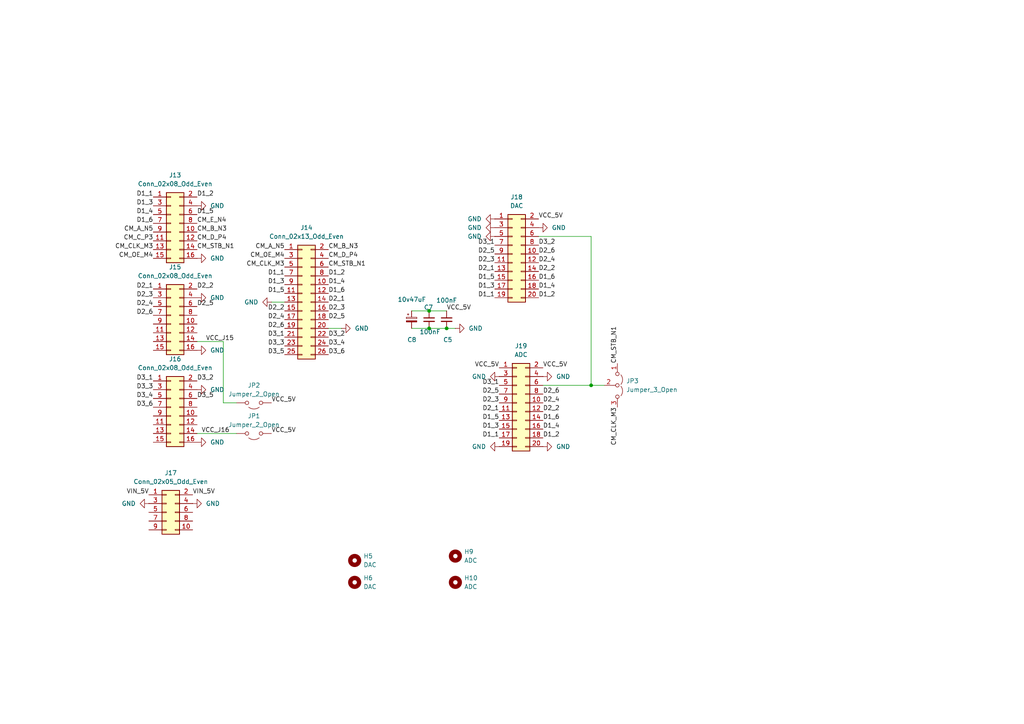
<source format=kicad_sch>
(kicad_sch (version 20231120) (generator "eeschema") (generator_version "8.0")
  (paper "A4")
  (lib_symbols
    (symbol "Connector_Generic:Conn_02x05_Odd_Even" (pin_names (offset 1.016) hide)
      (property "Reference" "J" (at 1.27 7.62 0))
      (property "Value" "Conn_02x05_Odd_Even" (at 1.27 -7.62 0))
      (symbol "Conn_02x05_Odd_Even_1_1"
        (rectangle (start -1.27 -4.953) (end 0 -5.207) (stroke (width 0.1524)))
        (rectangle (start -1.27 -2.413) (end 0 -2.667) (stroke (width 0.1524)))
        (rectangle (start -1.27 0.127) (end 0 -0.127) (stroke (width 0.1524)))
        (rectangle (start -1.27 2.667) (end 0 2.413) (stroke (width 0.1524)))
        (rectangle (start -1.27 5.207) (end 0 4.953) (stroke (width 0.1524)))
        (rectangle (start -1.27 6.35) (end 3.81 -6.35) (stroke (width 0.254)) (fill (type background)))
        (rectangle (start 3.81 -4.953) (end 2.54 -5.207) (stroke (width 0.1524)))
        (rectangle (start 3.81 -2.413) (end 2.54 -2.667) (stroke (width 0.1524)))
        (rectangle (start 3.81 0.127) (end 2.54 -0.127) (stroke (width 0.1524)))
        (rectangle (start 3.81 2.667) (end 2.54 2.413) (stroke (width 0.1524)))
        (rectangle (start 3.81 5.207) (end 2.54 4.953) (stroke (width 0.1524)))
        (pin passive line (at -5.08 5.08 0) (length 3.81) (name "Pin_1") (number "1"))
        (pin passive line (at 7.62 -5.08 180) (length 3.81) (name "Pin_10") (number "10"))
        (pin passive line (at 7.62 5.08 180) (length 3.81) (name "Pin_2") (number "2"))
        (pin passive line (at -5.08 2.54 0) (length 3.81) (name "Pin_3") (number "3"))
        (pin passive line (at 7.62 2.54 180) (length 3.81) (name "Pin_4") (number "4"))
        (pin passive line (at -5.08 0 0) (length 3.81) (name "Pin_5") (number "5"))
        (pin passive line (at 7.62 0 180) (length 3.81) (name "Pin_6") (number "6"))
        (pin passive line (at -5.08 -2.54 0) (length 3.81) (name "Pin_7") (number "7"))
        (pin passive line (at 7.62 -2.54 180) (length 3.81) (name "Pin_8") (number "8"))
        (pin passive line (at -5.08 -5.08 0) (length 3.81) (name "Pin_9") (number "9"))
      )
    )
    (symbol "Connector_Generic:Conn_02x08_Odd_Even" (pin_names (offset 1.016) hide)
      (property "Reference" "J" (at 1.27 10.16 0))
      (property "Value" "Conn_02x08_Odd_Even" (at 1.27 -12.7 0))
      (symbol "Conn_02x08_Odd_Even_1_1"
        (rectangle (start -1.27 -10.033) (end 0 -10.287) (stroke (width 0.1524)))
        (rectangle (start -1.27 -7.493) (end 0 -7.747) (stroke (width 0.1524)))
        (rectangle (start -1.27 -4.953) (end 0 -5.207) (stroke (width 0.1524)))
        (rectangle (start -1.27 -2.413) (end 0 -2.667) (stroke (width 0.1524)))
        (rectangle (start -1.27 0.127) (end 0 -0.127) (stroke (width 0.1524)))
        (rectangle (start -1.27 2.667) (end 0 2.413) (stroke (width 0.1524)))
        (rectangle (start -1.27 5.207) (end 0 4.953) (stroke (width 0.1524)))
        (rectangle (start -1.27 7.747) (end 0 7.493) (stroke (width 0.1524)))
        (rectangle (start -1.27 8.89) (end 3.81 -11.43) (stroke (width 0.254)) (fill (type background)))
        (rectangle (start 3.81 -10.033) (end 2.54 -10.287) (stroke (width 0.1524)))
        (rectangle (start 3.81 -7.493) (end 2.54 -7.747) (stroke (width 0.1524)))
        (rectangle (start 3.81 -4.953) (end 2.54 -5.207) (stroke (width 0.1524)))
        (rectangle (start 3.81 -2.413) (end 2.54 -2.667) (stroke (width 0.1524)))
        (rectangle (start 3.81 0.127) (end 2.54 -0.127) (stroke (width 0.1524)))
        (rectangle (start 3.81 2.667) (end 2.54 2.413) (stroke (width 0.1524)))
        (rectangle (start 3.81 5.207) (end 2.54 4.953) (stroke (width 0.1524)))
        (rectangle (start 3.81 7.747) (end 2.54 7.493) (stroke (width 0.1524)))
        (pin passive line (at -5.08 7.62 0) (length 3.81) (name "Pin_1") (number "1"))
        (pin passive line (at 7.62 -2.54 180) (length 3.81) (name "Pin_10") (number "10"))
        (pin passive line (at -5.08 -5.08 0) (length 3.81) (name "Pin_11") (number "11"))
        (pin passive line (at 7.62 -5.08 180) (length 3.81) (name "Pin_12") (number "12"))
        (pin passive line (at -5.08 -7.62 0) (length 3.81) (name "Pin_13") (number "13"))
        (pin passive line (at 7.62 -7.62 180) (length 3.81) (name "Pin_14") (number "14"))
        (pin passive line (at -5.08 -10.16 0) (length 3.81) (name "Pin_15") (number "15"))
        (pin passive line (at 7.62 -10.16 180) (length 3.81) (name "Pin_16") (number "16"))
        (pin passive line (at 7.62 7.62 180) (length 3.81) (name "Pin_2") (number "2"))
        (pin passive line (at -5.08 5.08 0) (length 3.81) (name "Pin_3") (number "3"))
        (pin passive line (at 7.62 5.08 180) (length 3.81) (name "Pin_4") (number "4"))
        (pin passive line (at -5.08 2.54 0) (length 3.81) (name "Pin_5") (number "5"))
        (pin passive line (at 7.62 2.54 180) (length 3.81) (name "Pin_6") (number "6"))
        (pin passive line (at -5.08 0 0) (length 3.81) (name "Pin_7") (number "7"))
        (pin passive line (at 7.62 0 180) (length 3.81) (name "Pin_8") (number "8"))
        (pin passive line (at -5.08 -2.54 0) (length 3.81) (name "Pin_9") (number "9"))
      )
    )
    (symbol "Connector_Generic:Conn_02x10_Odd_Even" (pin_names (offset 1.016) hide)
      (property "Reference" "J" (at 1.27 12.7 0))
      (property "Value" "Conn_02x10_Odd_Even" (at 1.27 -15.24 0))
      (symbol "Conn_02x10_Odd_Even_1_1"
        (rectangle (start -1.27 -12.573) (end 0 -12.827) (stroke (width 0.1524)))
        (rectangle (start -1.27 -10.033) (end 0 -10.287) (stroke (width 0.1524)))
        (rectangle (start -1.27 -7.493) (end 0 -7.747) (stroke (width 0.1524)))
        (rectangle (start -1.27 -4.953) (end 0 -5.207) (stroke (width 0.1524)))
        (rectangle (start -1.27 -2.413) (end 0 -2.667) (stroke (width 0.1524)))
        (rectangle (start -1.27 0.127) (end 0 -0.127) (stroke (width 0.1524)))
        (rectangle (start -1.27 2.667) (end 0 2.413) (stroke (width 0.1524)))
        (rectangle (start -1.27 5.207) (end 0 4.953) (stroke (width 0.1524)))
        (rectangle (start -1.27 7.747) (end 0 7.493) (stroke (width 0.1524)))
        (rectangle (start -1.27 10.287) (end 0 10.033) (stroke (width 0.1524)))
        (rectangle (start -1.27 11.43) (end 3.81 -13.97) (stroke (width 0.254)) (fill (type background)))
        (rectangle (start 3.81 -12.573) (end 2.54 -12.827) (stroke (width 0.1524)))
        (rectangle (start 3.81 -10.033) (end 2.54 -10.287) (stroke (width 0.1524)))
        (rectangle (start 3.81 -7.493) (end 2.54 -7.747) (stroke (width 0.1524)))
        (rectangle (start 3.81 -4.953) (end 2.54 -5.207) (stroke (width 0.1524)))
        (rectangle (start 3.81 -2.413) (end 2.54 -2.667) (stroke (width 0.1524)))
        (rectangle (start 3.81 0.127) (end 2.54 -0.127) (stroke (width 0.1524)))
        (rectangle (start 3.81 2.667) (end 2.54 2.413) (stroke (width 0.1524)))
        (rectangle (start 3.81 5.207) (end 2.54 4.953) (stroke (width 0.1524)))
        (rectangle (start 3.81 7.747) (end 2.54 7.493) (stroke (width 0.1524)))
        (rectangle (start 3.81 10.287) (end 2.54 10.033) (stroke (width 0.1524)))
        (pin passive line (at -5.08 10.16 0) (length 3.81) (name "Pin_1") (number "1"))
        (pin passive line (at 7.62 0 180) (length 3.81) (name "Pin_10") (number "10"))
        (pin passive line (at -5.08 -2.54 0) (length 3.81) (name "Pin_11") (number "11"))
        (pin passive line (at 7.62 -2.54 180) (length 3.81) (name "Pin_12") (number "12"))
        (pin passive line (at -5.08 -5.08 0) (length 3.81) (name "Pin_13") (number "13"))
        (pin passive line (at 7.62 -5.08 180) (length 3.81) (name "Pin_14") (number "14"))
        (pin passive line (at -5.08 -7.62 0) (length 3.81) (name "Pin_15") (number "15"))
        (pin passive line (at 7.62 -7.62 180) (length 3.81) (name "Pin_16") (number "16"))
        (pin passive line (at -5.08 -10.16 0) (length 3.81) (name "Pin_17") (number "17"))
        (pin passive line (at 7.62 -10.16 180) (length 3.81) (name "Pin_18") (number "18"))
        (pin passive line (at -5.08 -12.7 0) (length 3.81) (name "Pin_19") (number "19"))
        (pin passive line (at 7.62 10.16 180) (length 3.81) (name "Pin_2") (number "2"))
        (pin passive line (at 7.62 -12.7 180) (length 3.81) (name "Pin_20") (number "20"))
        (pin passive line (at -5.08 7.62 0) (length 3.81) (name "Pin_3") (number "3"))
        (pin passive line (at 7.62 7.62 180) (length 3.81) (name "Pin_4") (number "4"))
        (pin passive line (at -5.08 5.08 0) (length 3.81) (name "Pin_5") (number "5"))
        (pin passive line (at 7.62 5.08 180) (length 3.81) (name "Pin_6") (number "6"))
        (pin passive line (at -5.08 2.54 0) (length 3.81) (name "Pin_7") (number "7"))
        (pin passive line (at 7.62 2.54 180) (length 3.81) (name "Pin_8") (number "8"))
        (pin passive line (at -5.08 0 0) (length 3.81) (name "Pin_9") (number "9"))
      )
    )
    (symbol "Connector_Generic:Conn_02x13_Odd_Even" (pin_names (offset 1.016) hide)
      (property "Reference" "J" (at 1.27 17.78 0))
      (property "Value" "Conn_02x13_Odd_Even" (at 1.27 -17.78 0))
      (symbol "Conn_02x13_Odd_Even_1_1"
        (rectangle (start -1.27 -15.113) (end 0 -15.367) (stroke (width 0.1524)))
        (rectangle (start -1.27 -12.573) (end 0 -12.827) (stroke (width 0.1524)))
        (rectangle (start -1.27 -10.033) (end 0 -10.287) (stroke (width 0.1524)))
        (rectangle (start -1.27 -7.493) (end 0 -7.747) (stroke (width 0.1524)))
        (rectangle (start -1.27 -4.953) (end 0 -5.207) (stroke (width 0.1524)))
        (rectangle (start -1.27 -2.413) (end 0 -2.667) (stroke (width 0.1524)))
        (rectangle (start -1.27 0.127) (end 0 -0.127) (stroke (width 0.1524)))
        (rectangle (start -1.27 2.667) (end 0 2.413) (stroke (width 0.1524)))
        (rectangle (start -1.27 5.207) (end 0 4.953) (stroke (width 0.1524)))
        (rectangle (start -1.27 7.747) (end 0 7.493) (stroke (width 0.1524)))
        (rectangle (start -1.27 10.287) (end 0 10.033) (stroke (width 0.1524)))
        (rectangle (start -1.27 12.827) (end 0 12.573) (stroke (width 0.1524)))
        (rectangle (start -1.27 15.367) (end 0 15.113) (stroke (width 0.1524)))
        (rectangle (start -1.27 16.51) (end 3.81 -16.51) (stroke (width 0.254)) (fill (type background)))
        (rectangle (start 3.81 -15.113) (end 2.54 -15.367) (stroke (width 0.1524)))
        (rectangle (start 3.81 -12.573) (end 2.54 -12.827) (stroke (width 0.1524)))
        (rectangle (start 3.81 -10.033) (end 2.54 -10.287) (stroke (width 0.1524)))
        (rectangle (start 3.81 -7.493) (end 2.54 -7.747) (stroke (width 0.1524)))
        (rectangle (start 3.81 -4.953) (end 2.54 -5.207) (stroke (width 0.1524)))
        (rectangle (start 3.81 -2.413) (end 2.54 -2.667) (stroke (width 0.1524)))
        (rectangle (start 3.81 0.127) (end 2.54 -0.127) (stroke (width 0.1524)))
        (rectangle (start 3.81 2.667) (end 2.54 2.413) (stroke (width 0.1524)))
        (rectangle (start 3.81 5.207) (end 2.54 4.953) (stroke (width 0.1524)))
        (rectangle (start 3.81 7.747) (end 2.54 7.493) (stroke (width 0.1524)))
        (rectangle (start 3.81 10.287) (end 2.54 10.033) (stroke (width 0.1524)))
        (rectangle (start 3.81 12.827) (end 2.54 12.573) (stroke (width 0.1524)))
        (rectangle (start 3.81 15.367) (end 2.54 15.113) (stroke (width 0.1524)))
        (pin passive line (at -5.08 15.24 0) (length 3.81) (name "Pin_1") (number "1"))
        (pin passive line (at 7.62 5.08 180) (length 3.81) (name "Pin_10") (number "10"))
        (pin passive line (at -5.08 2.54 0) (length 3.81) (name "Pin_11") (number "11"))
        (pin passive line (at 7.62 2.54 180) (length 3.81) (name "Pin_12") (number "12"))
        (pin passive line (at -5.08 0 0) (length 3.81) (name "Pin_13") (number "13"))
        (pin passive line (at 7.62 0 180) (length 3.81) (name "Pin_14") (number "14"))
        (pin passive line (at -5.08 -2.54 0) (length 3.81) (name "Pin_15") (number "15"))
        (pin passive line (at 7.62 -2.54 180) (length 3.81) (name "Pin_16") (number "16"))
        (pin passive line (at -5.08 -5.08 0) (length 3.81) (name "Pin_17") (number "17"))
        (pin passive line (at 7.62 -5.08 180) (length 3.81) (name "Pin_18") (number "18"))
        (pin passive line (at -5.08 -7.62 0) (length 3.81) (name "Pin_19") (number "19"))
        (pin passive line (at 7.62 15.24 180) (length 3.81) (name "Pin_2") (number "2"))
        (pin passive line (at 7.62 -7.62 180) (length 3.81) (name "Pin_20") (number "20"))
        (pin passive line (at -5.08 -10.16 0) (length 3.81) (name "Pin_21") (number "21"))
        (pin passive line (at 7.62 -10.16 180) (length 3.81) (name "Pin_22") (number "22"))
        (pin passive line (at -5.08 -12.7 0) (length 3.81) (name "Pin_23") (number "23"))
        (pin passive line (at 7.62 -12.7 180) (length 3.81) (name "Pin_24") (number "24"))
        (pin passive line (at -5.08 -15.24 0) (length 3.81) (name "Pin_25") (number "25"))
        (pin passive line (at 7.62 -15.24 180) (length 3.81) (name "Pin_26") (number "26"))
        (pin passive line (at -5.08 12.7 0) (length 3.81) (name "Pin_3") (number "3"))
        (pin passive line (at 7.62 12.7 180) (length 3.81) (name "Pin_4") (number "4"))
        (pin passive line (at -5.08 10.16 0) (length 3.81) (name "Pin_5") (number "5"))
        (pin passive line (at 7.62 10.16 180) (length 3.81) (name "Pin_6") (number "6"))
        (pin passive line (at -5.08 7.62 0) (length 3.81) (name "Pin_7") (number "7"))
        (pin passive line (at 7.62 7.62 180) (length 3.81) (name "Pin_8") (number "8"))
        (pin passive line (at -5.08 5.08 0) (length 3.81) (name "Pin_9") (number "9"))
      )
    )
    (symbol "Device:C_Polarized_Small" (pin_numbers hide) (pin_names (offset 0.254) hide)
      (property "Reference" "C" (at 0.254 1.778 0))
      (property "Value" "C_Polarized_Small" (at 0.254 -2.032 0))
      (symbol "C_Polarized_Small_0_1"
        (rectangle (start -1.524 -0.3048) (end 1.524 -0.6858) (fill (type outline)))
        (rectangle (start -1.524 0.6858) (end 1.524 0.3048))
        (polyline (pts (xy -1.27 1.524) (xy -0.762 1.524)))
        (polyline (pts (xy -1.016 1.27) (xy -1.016 1.778)))
      )
      (symbol "C_Polarized_Small_1_1"
        (pin passive line (at 0 2.54 270) (length 1.8542) (name "~") (number "1"))
        (pin passive line (at 0 -2.54 90) (length 1.8542) (name "~") (number "2"))
      )
    )
    (symbol "Device:C_Small" (pin_numbers hide) (pin_names (offset 0.254) hide)
      (property "Reference" "C" (at 0.254 1.778 0))
      (property "Value" "C_Small" (at 0.254 -2.032 0))
      (symbol "C_Small_0_1"
        (polyline (pts (xy -1.524 -0.508) (xy 1.524 -0.508)) (stroke (width 0.3302)))
        (polyline (pts (xy -1.524 0.508) (xy 1.524 0.508)) (stroke (width 0.3048)))
      )
      (symbol "C_Small_1_1"
        (pin passive line (at 0 2.54 270) (length 2.032) (name "~") (number "1"))
        (pin passive line (at 0 -2.54 90) (length 2.032) (name "~") (number "2"))
      )
    )
    (symbol "Jumper:Jumper_2_Open" (pin_numbers hide) (pin_names (offset 0) hide) (exclude_from_sim yes)
      (property "Reference" "JP" (at 0 2.794 0))
      (property "Value" "Jumper_2_Open" (at 0 -2.286 0))
      (symbol "Jumper_2_Open_0_0"
        (circle (center -2.032 0) (radius 0.508))
        (circle (center 2.032 0) (radius 0.508))
      )
      (symbol "Jumper_2_Open_0_1"
        (arc (start 1.524 1.27) (mid 0 1.778) (end -1.524 1.27))
      )
      (symbol "Jumper_2_Open_1_1"
        (pin passive line (at -5.08 0 0) (length 2.54) (name "A") (number "1"))
        (pin passive line (at 5.08 0 180) (length 2.54) (name "B") (number "2"))
      )
    )
    (symbol "Jumper:Jumper_3_Open" (pin_names (offset 0) hide) (exclude_from_sim yes) (in_bom no)
      (property "Reference" "JP" (at -2.54 -2.54 0))
      (property "Value" "Jumper_3_Open" (at 0 2.794 0))
      (symbol "Jumper_3_Open_0_0"
        (circle (center -3.302 0) (radius 0.508))
        (circle (center 0 0) (radius 0.508))
        (circle (center 3.302 0) (radius 0.508))
      )
      (symbol "Jumper_3_Open_0_1"
        (arc (start -0.254 1.016) (mid -1.651 1.4992) (end -3.048 1.016))
        (polyline (pts (xy 0 -0.508) (xy 0 -1.27)))
        (arc (start 3.048 1.016) (mid 1.651 1.4992) (end 0.254 1.016))
      )
      (symbol "Jumper_3_Open_1_1"
        (pin passive line (at -6.35 0 0) (length 2.54) (name "A") (number "1"))
        (pin passive line (at 0 -3.81 90) (length 2.54) (name "C") (number "2"))
        (pin passive line (at 6.35 0 180) (length 2.54) (name "B") (number "3"))
      )
    )
    (symbol "Mechanical:MountingHole" (pin_names (offset 1.016)) (exclude_from_sim yes) (in_bom no)
      (property "Reference" "H" (at 0 5.08 0))
      (property "Value" "MountingHole" (at 0 3.175 0))
      (symbol "MountingHole_0_1"
        (circle (center 0 0) (radius 1.27) (stroke (width 1.27)))
      )
    )
    (symbol "power:GND" (power) (pin_numbers hide) (pin_names (offset 0) hide)
      (property "Value" "GND" (at 0 -3.81 0))
      (symbol "GND_0_1"
        (polyline (pts (xy 0 0) (xy 0 -1.27) (xy 1.27 -1.27) (xy 0 -2.54) (xy -1.27 -1.27) (xy 0 -1.27)))
      )
      (symbol "GND_1_1"
        (pin power_in line (at 0 0 270) (length 0) (name "~") (number "1"))
      )
    )
  )
  (junction (at 124.46 90.17))
  (junction (at 124.46 95.25))
  (junction (at 171.45 111.76))
  (junction (at 129.54 95.25))
  (wire (pts (xy 124.46 95.25) (xy 129.54 95.25)))
  (wire (pts (xy 171.45 68.58) (xy 171.45 111.76)))
  (wire (pts (xy 64.77 116.84) (xy 68.58 116.84)))
  (wire (pts (xy 64.77 99.06) (xy 64.77 116.84)))
  (wire (pts (xy 129.54 95.25) (xy 132.08 95.25)))
  (wire (pts (xy 156.21 68.58) (xy 171.45 68.58)))
  (wire (pts (xy 95.25 95.25) (xy 99.06 95.25)))
  (wire (pts (xy 78.74 87.63) (xy 82.55 87.63)))
  (wire (pts (xy 157.48 111.76) (xy 171.45 111.76)))
  (wire (pts (xy 119.38 90.17) (xy 124.46 90.17)))
  (wire (pts (xy 171.45 111.76) (xy 175.26 111.76)))
  (wire (pts (xy 57.15 125.73) (xy 68.58 125.73)))
  (wire (pts (xy 124.46 90.17) (xy 129.54 90.17)))
  (wire (pts (xy 119.38 95.25) (xy 124.46 95.25)))
  (wire (pts (xy 57.15 99.06) (xy 64.77 99.06)))
  (label "D2_5" (at 57.15 88.9 0))
  (label "D3_4" (at 44.45 115.57 180))
  (label "D1_6" (at 95.25 85.09 0))
  (label "CM_D_P4" (at 57.15 69.85 0))
  (label "D3_3" (at 44.45 113.03 180))
  (label "D3_6" (at 44.45 118.11 180))
  (label "D1_6" (at 157.48 121.92 0))
  (label "D1_2" (at 156.21 86.36 0))
  (label "D1_3" (at 143.51 83.82 180))
  (label "D1_2" (at 95.25 80.01 0))
  (label "D1_6" (at 156.21 81.28 0))
  (label "D2_4" (at 82.55 92.71 180))
  (label "CM_A_N5" (at 44.45 67.31 180))
  (label "VCC_5V" (at 78.74 125.73 0))
  (label "D2_2" (at 156.21 78.74 0))
  (label "D1_4" (at 95.25 82.55 0))
  (label "D2_2" (at 157.48 119.38 0))
  (label "D3_1" (at 82.55 97.79 180))
  (label "D3_1" (at 144.78 111.76 180))
  (label "CM_A_N5" (at 82.55 72.39 180))
  (label "CM_OE_M4" (at 82.55 74.93 180))
  (label "CM_STB_N1" (at 95.25 77.47 0))
  (label "CM_E_N4" (at 57.15 64.77 0))
  (label "CM_STB_N1" (at 57.15 72.39 0))
  (label "D3_2" (at 57.15 110.49 0))
  (label "CM_OE_M4" (at 44.45 74.93 180))
  (label "D2_6" (at 82.55 95.25 180))
  (label "VIN_5V" (at 55.88 143.51 0))
  (label "VIN_5V" (at 43.18 143.51 180))
  (label "CM_B_N3" (at 57.15 67.31 0))
  (label "D2_2" (at 57.15 83.82 0))
  (label "D3_6" (at 95.25 102.87 0))
  (label "D2_6" (at 156.21 73.66 0))
  (label "D1_4" (at 44.45 62.23 180))
  (label "D3_5" (at 82.55 102.87 180))
  (label "VCC_5V" (at 156.21 63.5 0))
  (label "CM_CLK_M3" (at 82.55 77.47 180))
  (label "D1_4" (at 157.48 124.46 0))
  (label "D1_5" (at 57.15 62.23 0))
  (label "CM_C_P3" (at 44.45 69.85 180))
  (label "D1_5" (at 82.55 85.09 180))
  (label "D3_4" (at 95.25 100.33 0))
  (label "D1_3" (at 144.78 124.46 180))
  (label "VCC_5V" (at 78.74 116.84 0))
  (label "D1_5" (at 144.78 121.92 180))
  (label "D1_4" (at 156.21 83.82 0))
  (label "VCC_5V" (at 144.78 106.68 180))
  (label "D1_3" (at 44.45 59.69 180))
  (label "VCC_5V" (at 157.48 106.68 0))
  (label "CM_B_N3" (at 95.25 72.39 0))
  (label "CM_D_P4" (at 95.25 74.93 0))
  (label "D1_1" (at 82.55 80.01 180))
  (label "CM_STB_N1" (at 179.07 105.41 90))
  (label "D2_3" (at 144.78 116.84 180))
  (label "D2_1" (at 95.25 87.63 0))
  (label "D2_3" (at 143.51 76.2 180))
  (label "D3_5" (at 57.15 115.57 0))
  (label "D3_2" (at 156.21 71.12 0))
  (label "D1_3" (at 82.55 82.55 180))
  (label "D2_2" (at 82.55 90.17 180))
  (label "D1_6" (at 44.45 64.77 180))
  (label "D2_4" (at 156.21 76.2 0))
  (label "VCC_5V" (at 129.54 90.17 0))
  (label "D2_4" (at 157.48 116.84 0))
  (label "D3_2" (at 95.25 97.79 0))
  (label "D2_1" (at 143.51 78.74 180))
  (label "D2_3" (at 95.25 90.17 0))
  (label "VCC_J15" (at 59.69 99.06 0))
  (label "D2_1" (at 44.45 83.82 180))
  (label "D2_1" (at 144.78 119.38 180))
  (label "D2_4" (at 44.45 88.9 180))
  (label "D2_5" (at 143.51 73.66 180))
  (label "CM_CLK_M3" (at 179.07 118.11 270))
  (label "D2_6" (at 157.48 114.3 0))
  (label "D3_1" (at 44.45 110.49 180))
  (label "CM_CLK_M3" (at 44.45 72.39 180))
  (label "D2_5" (at 144.78 114.3 180))
  (label "D2_5" (at 95.25 92.71 0))
  (label "D1_1" (at 143.51 86.36 180))
  (label "D2_6" (at 44.45 91.44 180))
  (label "D2_3" (at 44.45 86.36 180))
  (label "D1_5" (at 143.51 81.28 180))
  (label "VCC_J16" (at 58.42 125.73 0))
  (label "D3_1" (at 143.51 71.12 180))
  (label "D1_2" (at 57.15 57.15 0))
  (label "D1_1" (at 44.45 57.15 180))
  (label "D1_2" (at 157.48 127 0))
  (label "D1_1" (at 144.78 127 180))
  (label "D3_3" (at 82.55 100.33 180))
  (symbol (lib_id "Connector_Generic:Conn_02x08_Odd_Even") (at 49.53 64.77 0) (unit 1)
    (property "Reference" "J13" (at 50.8 50.8 0))
    (property "Value" "Conn_02x08_Odd_Even" (at 50.8 53.34 0))
    (property "Footprint" "Connector_PinSocket_2.54mm:PinSocket_2x08_P2.54mm_Vertical" (effects (hide yes)))
    (property "Description" "Generic connector, double row, 02x08, odd/even pin numbering scheme (row 1 odd numbers, row 2 even numbers), script generated (kicad-library-utils/schlib/autogen/connector/)" (effects (hide yes)))
  )
  (symbol (lib_id "Jumper:Jumper_2_Open") (at 73.66 125.73 180) (unit 1) (exclude_from_sim yes)
    (property "Reference" "JP1" (at 73.66 120.65 0))
    (property "Value" "Jumper_2_Open" (at 73.66 123.19 0))
    (property "Footprint" "Jumper:SolderJumper-3_P1.3mm_Open_Pad1.0x1.5mm" (effects (hide yes)))
    (property "Description" "Jumper, 2-pole, open" (effects (hide yes)))
  )
  (symbol (lib_id "Connector_Generic:Conn_02x08_Odd_Even") (at 49.53 91.44 0) (unit 1)
    (property "Reference" "J15" (at 50.8 77.47 0))
    (property "Value" "Conn_02x08_Odd_Even" (at 50.8 80.01 0))
    (property "Footprint" "Connector_PinSocket_2.54mm:PinSocket_2x08_P2.54mm_Vertical" (effects (hide yes)))
    (property "Description" "Generic connector, double row, 02x08, odd/even pin numbering scheme (row 1 odd numbers, row 2 even numbers), script generated (kicad-library-utils/schlib/autogen/connector/)" (effects (hide yes)))
  )
  (symbol (lib_id "power:GND") (at 57.15 113.03 90) (unit 1)
    (property "Reference" "#PWR022" (effects (hide yes)))
    (property "Value" "GND" (at 60.96 113.0299 90) (effects (justify right)))
    (property "Description" "Power symbol creates a global label with name \"GND\" , ground" (effects (hide yes)))
  )
  (symbol (lib_id "power:GND") (at 43.18 146.05 270) (unit 1)
    (property "Reference" "#PWR023" (effects (hide yes)))
    (property "Value" "GND" (at 39.37 146.0499 90) (effects (justify right)))
    (property "Description" "Power symbol creates a global label with name \"GND\" , ground" (effects (hide yes)))
  )
  (symbol (lib_id "power:GND") (at 132.08 95.25 90) (unit 1)
    (property "Reference" "#PWR033" (effects (hide yes)))
    (property "Value" "GND" (at 135.89 95.2499 90) (effects (justify right)))
    (property "Description" "Power symbol creates a global label with name \"GND\" , ground" (effects (hide yes)))
  )
  (symbol (lib_id "Mechanical:MountingHole") (at 132.08 168.91 0) (unit 1) (exclude_from_sim yes) (in_bom no)
    (property "Reference" "H10" (at 134.62 167.6399 0) (effects (justify left)))
    (property "Value" "ADC" (at 134.62 170.1799 0) (effects (justify left)))
    (property "Footprint" "MountingHole:MountingHole_3.5mm_Pad_Via" (effects (hide yes)))
    (property "Description" "Mounting Hole without connection" (effects (hide yes)))
  )
  (symbol (lib_id "Device:C_Small") (at 129.54 92.71 0) (unit 1)
    (property "Reference" "C5" (at 128.524 98.552 0) (effects (justify left)))
    (property "Value" "100nF" (at 126.492 87.122 0) (effects (justify left)))
    (property "Footprint" "Capacitor_SMD:C_0805_2012Metric" (effects (hide yes)))
    (property "Description" "Unpolarized capacitor, small symbol" (effects (hide yes)))
  )
  (symbol (lib_id "power:GND") (at 157.48 129.54 90) (unit 1)
    (property "Reference" "#PWR032" (effects (hide yes)))
    (property "Value" "GND" (at 161.29 129.5399 90) (effects (justify right)))
    (property "Description" "Power symbol creates a global label with name \"GND\" , ground" (effects (hide yes)))
  )
  (symbol (lib_id "Connector_Generic:Conn_02x13_Odd_Even") (at 87.63 87.63 0) (unit 1)
    (property "Reference" "J14" (at 88.9 66.04 0))
    (property "Value" "Conn_02x13_Odd_Even" (at 88.9 68.58 0))
    (property "Footprint" "Connector_PinHeader_2.54mm:PinHeader_2x13_P2.54mm_Vertical" (effects (hide yes)))
    (property "Description" "Generic connector, double row, 02x13, odd/even pin numbering scheme (row 1 odd numbers, row 2 even numbers), script generated (kicad-library-utils/schlib/autogen/connector/)" (effects (hide yes)))
  )
  (symbol (lib_id "power:GND") (at 57.15 86.36 90) (unit 1)
    (property "Reference" "#PWR019" (effects (hide yes)))
    (property "Value" "GND" (at 60.96 86.3599 90) (effects (justify right)))
    (property "Description" "Power symbol creates a global label with name \"GND\" , ground" (effects (hide yes)))
  )
  (symbol (lib_id "Jumper:Jumper_2_Open") (at 73.66 116.84 180) (unit 1) (exclude_from_sim yes)
    (property "Reference" "JP2" (at 73.66 111.76 0))
    (property "Value" "Jumper_2_Open" (at 73.66 114.3 0))
    (property "Footprint" "Jumper:SolderJumper-3_P1.3mm_Open_Pad1.0x1.5mm" (effects (hide yes)))
    (property "Description" "Jumper, 2-pole, open" (effects (hide yes)))
  )
  (symbol (lib_id "Mechanical:MountingHole") (at 102.87 168.91 0) (unit 1) (exclude_from_sim yes) (in_bom no)
    (property "Reference" "H6" (at 105.41 167.6399 0) (effects (justify left)))
    (property "Value" "DAC" (at 105.41 170.1799 0) (effects (justify left)))
    (property "Footprint" "MountingHole:MountingHole_3.5mm_Pad_Via" (effects (hide yes)))
    (property "Description" "Mounting Hole without connection" (effects (hide yes)))
  )
  (symbol (lib_id "power:GND") (at 57.15 74.93 90) (unit 1)
    (property "Reference" "#PWR018" (effects (hide yes)))
    (property "Value" "GND" (at 60.96 74.9299 90) (effects (justify right)))
    (property "Description" "Power symbol creates a global label with name \"GND\" , ground" (effects (hide yes)))
  )
  (symbol (lib_id "Connector_Generic:Conn_02x08_Odd_Even") (at 49.53 118.11 0) (unit 1)
    (property "Reference" "J16" (at 50.8 104.14 0))
    (property "Value" "Conn_02x08_Odd_Even" (at 50.8 106.68 0))
    (property "Footprint" "Connector_PinSocket_2.54mm:PinSocket_2x08_P2.54mm_Vertical" (effects (hide yes)))
    (property "Description" "Generic connector, double row, 02x08, odd/even pin numbering scheme (row 1 odd numbers, row 2 even numbers), script generated (kicad-library-utils/schlib/autogen/connector/)" (effects (hide yes)))
  )
  (symbol (lib_id "power:GND") (at 99.06 95.25 90) (unit 1)
    (property "Reference" "#PWR016" (effects (hide yes)))
    (property "Value" "GND" (at 102.87 95.2499 90) (effects (justify right)))
    (property "Description" "Power symbol creates a global label with name \"GND\" , ground" (effects (hide yes)))
  )
  (symbol (lib_id "Jumper:Jumper_3_Open") (at 179.07 111.76 270) (unit 1) (exclude_from_sim yes) (in_bom no)
    (property "Reference" "JP3" (at 181.61 110.4899 90) (effects (justify left)))
    (property "Value" "Jumper_3_Open" (at 181.61 113.0299 90) (effects (justify left)))
    (property "Footprint" "Jumper:SolderJumper-3_P1.3mm_Open_Pad1.0x1.5mm" (effects (hide yes)))
    (property "Description" "Jumper, 3-pole, both open" (effects (hide yes)))
  )
  (symbol (lib_id "power:GND") (at 57.15 59.69 90) (unit 1)
    (property "Reference" "#PWR017" (effects (hide yes)))
    (property "Value" "GND" (at 60.96 59.6899 90) (effects (justify right)))
    (property "Description" "Power symbol creates a global label with name \"GND\" , ground" (effects (hide yes)))
  )
  (symbol (lib_id "Device:C_Polarized_Small") (at 119.38 92.71 0) (unit 1)
    (property "Reference" "C8" (at 118.11 98.552 0) (effects (justify left)))
    (property "Value" "10v47uF" (at 115.316 86.868 0) (effects (justify left)))
    (property "Footprint" "Capacitor_Tantalum_SMD:CP_EIA-7343-40_Kemet-Y" (effects (hide yes)))
    (property "Description" "Polarized capacitor, small symbol" (effects (hide yes)))
  )
  (symbol (lib_id "Connector_Generic:Conn_02x05_Odd_Even") (at 48.26 148.59 0) (unit 1)
    (property "Reference" "J17" (at 49.53 137.16 0))
    (property "Value" "Conn_02x05_Odd_Even" (at 49.53 139.7 0))
    (property "Footprint" "Connector_PinHeader_2.54mm:PinHeader_2x05_P2.54mm_Vertical" (effects (hide yes)))
    (property "Description" "Generic connector, double row, 02x05, odd/even pin numbering scheme (row 1 odd numbers, row 2 even numbers), script generated (kicad-library-utils/schlib/autogen/connector/)" (effects (hide yes)))
  )
  (symbol (lib_id "power:GND") (at 78.74 87.63 270) (unit 1)
    (property "Reference" "#PWR015" (effects (hide yes)))
    (property "Value" "GND" (at 74.93 87.6299 90) (effects (justify right)))
    (property "Description" "Power symbol creates a global label with name \"GND\" , ground" (effects (hide yes)))
  )
  (symbol (lib_id "Connector_Generic:Conn_02x10_Odd_Even") (at 148.59 73.66 0) (unit 1)
    (property "Reference" "J18" (at 149.86 57.15 0))
    (property "Value" "DAC" (at 149.86 59.69 0))
    (property "Footprint" "Connector_PinHeader_2.54mm:PinHeader_2x10_P2.54mm_Vertical" (effects (hide yes)))
    (property "Description" "Generic connector, double row, 02x10, odd/even pin numbering scheme (row 1 odd numbers, row 2 even numbers), script generated (kicad-library-utils/schlib/autogen/connector/)" (effects (hide yes)))
  )
  (symbol (lib_id "power:GND") (at 156.21 66.04 90) (unit 1)
    (property "Reference" "#PWR028" (effects (hide yes)))
    (property "Value" "GND" (at 160.02 66.0399 90) (effects (justify right)))
    (property "Description" "Power symbol creates a global label with name \"GND\" , ground" (effects (hide yes)))
  )
  (symbol (lib_id "Connector_Generic:Conn_02x10_Odd_Even") (at 149.86 116.84 0) (unit 1)
    (property "Reference" "J19" (at 151.13 100.33 0))
    (property "Value" "ADC" (at 151.13 102.87 0))
    (property "Footprint" "Connector_PinHeader_2.54mm:PinHeader_2x10_P2.54mm_Vertical" (effects (hide yes)))
    (property "Description" "Generic connector, double row, 02x10, odd/even pin numbering scheme (row 1 odd numbers, row 2 even numbers), script generated (kicad-library-utils/schlib/autogen/connector/)" (effects (hide yes)))
  )
  (symbol (lib_id "power:GND") (at 55.88 146.05 90) (unit 1)
    (property "Reference" "#PWR024" (effects (hide yes)))
    (property "Value" "GND" (at 59.69 146.0499 90) (effects (justify right)))
    (property "Description" "Power symbol creates a global label with name \"GND\" , ground" (effects (hide yes)))
  )
  (symbol (lib_id "power:GND") (at 143.51 63.5 270) (unit 1)
    (property "Reference" "#PWR026" (effects (hide yes)))
    (property "Value" "GND" (at 139.7 63.4999 90) (effects (justify right)))
    (property "Description" "Power symbol creates a global label with name \"GND\" , ground" (effects (hide yes)))
  )
  (symbol (lib_id "power:GND") (at 157.48 109.22 90) (unit 1)
    (property "Reference" "#PWR030" (effects (hide yes)))
    (property "Value" "GND" (at 161.29 109.2199 90) (effects (justify right)))
    (property "Description" "Power symbol creates a global label with name \"GND\" , ground" (effects (hide yes)))
  )
  (symbol (lib_id "Mechanical:MountingHole") (at 102.87 162.56 0) (unit 1) (exclude_from_sim yes) (in_bom no)
    (property "Reference" "H5" (at 105.41 161.2899 0) (effects (justify left)))
    (property "Value" "DAC" (at 105.41 163.8299 0) (effects (justify left)))
    (property "Footprint" "MountingHole:MountingHole_3.5mm_Pad_Via" (effects (hide yes)))
    (property "Description" "Mounting Hole without connection" (effects (hide yes)))
  )
  (symbol (lib_id "power:GND") (at 143.51 66.04 270) (unit 1)
    (property "Reference" "#PWR025" (effects (hide yes)))
    (property "Value" "GND" (at 139.7 66.0399 90) (effects (justify right)))
    (property "Description" "Power symbol creates a global label with name \"GND\" , ground" (effects (hide yes)))
  )
  (symbol (lib_id "power:GND") (at 144.78 129.54 270) (unit 1)
    (property "Reference" "#PWR031" (effects (hide yes)))
    (property "Value" "GND" (at 140.97 129.5399 90) (effects (justify right)))
    (property "Description" "Power symbol creates a global label with name \"GND\" , ground" (effects (hide yes)))
  )
  (symbol (lib_id "power:GND") (at 143.51 68.58 270) (unit 1)
    (property "Reference" "#PWR027" (effects (hide yes)))
    (property "Value" "GND" (at 139.7 68.5799 90) (effects (justify right)))
    (property "Description" "Power symbol creates a global label with name \"GND\" , ground" (effects (hide yes)))
  )
  (symbol (lib_id "power:GND") (at 144.78 109.22 270) (unit 1)
    (property "Reference" "#PWR029" (effects (hide yes)))
    (property "Value" "GND" (at 140.97 109.2199 90) (effects (justify right)))
    (property "Description" "Power symbol creates a global label with name \"GND\" , ground" (effects (hide yes)))
  )
  (symbol (lib_id "Mechanical:MountingHole") (at 132.08 161.29 0) (unit 1) (exclude_from_sim yes) (in_bom no)
    (property "Reference" "H9" (at 134.62 160.0199 0) (effects (justify left)))
    (property "Value" "ADC" (at 134.62 162.5599 0) (effects (justify left)))
    (property "Footprint" "MountingHole:MountingHole_3.5mm_Pad_Via" (effects (hide yes)))
    (property "Description" "Mounting Hole without connection" (effects (hide yes)))
  )
  (symbol (lib_id "power:GND") (at 57.15 128.27 90) (unit 1)
    (property "Reference" "#PWR021" (effects (hide yes)))
    (property "Value" "GND" (at 60.96 128.2699 90) (effects (justify right)))
    (property "Description" "Power symbol creates a global label with name \"GND\" , ground" (effects (hide yes)))
  )
  (symbol (lib_id "Device:C_Small") (at 124.46 92.71 0) (unit 1)
    (property "Reference" "C7" (at 122.936 89.154 0) (effects (justify left)))
    (property "Value" "100nF" (at 121.666 96.266 0) (effects (justify left)))
    (property "Footprint" "Capacitor_SMD:C_0805_2012Metric" (effects (hide yes)))
    (property "Description" "Unpolarized capacitor, small symbol" (effects (hide yes)))
  )
  (symbol (lib_id "power:GND") (at 57.15 101.6 90) (unit 1)
    (property "Reference" "#PWR020" (effects (hide yes)))
    (property "Value" "GND" (at 60.96 101.5999 90) (effects (justify right)))
    (property "Description" "Power symbol creates a global label with name \"GND\" , ground" (effects (hide yes)))
  )
)
</source>
